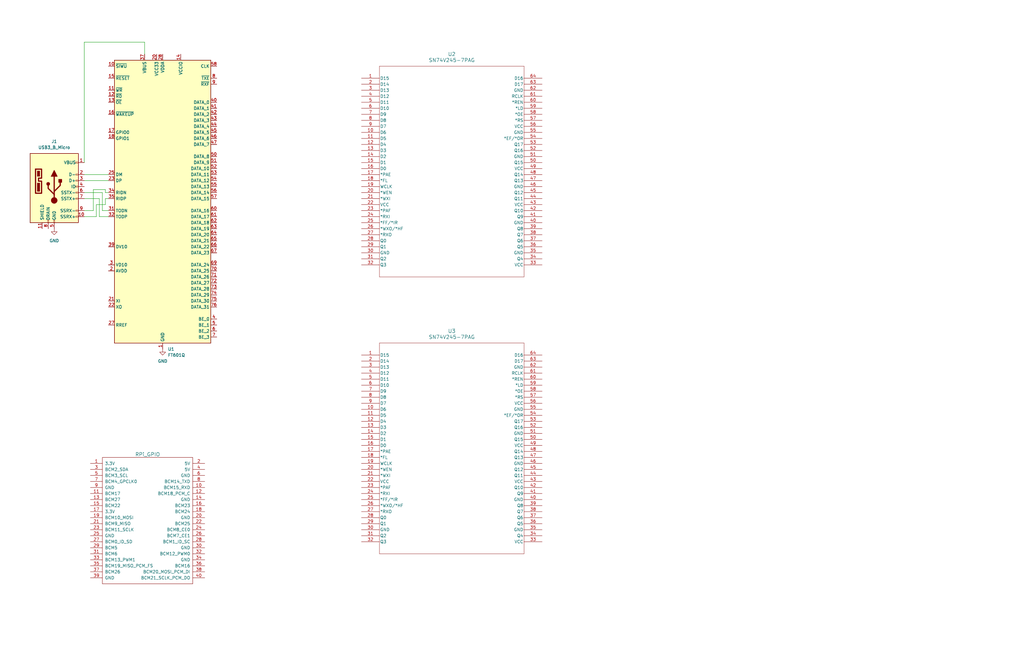
<source format=kicad_sch>
(kicad_sch (version 20230121) (generator eeschema)
  (paper "B")
  (lib_symbols
    (symbol "Connector:USB3_B_Micro" (pin_names (offset 1.016))
      (property "Reference" "J" (at -10.16 15.24 0))
      (property "Value" "USB3_B_Micro" (at 10.16 15.24 0))
      (symbol "USB3_B_Micro_0_0"
        (rectangle (start -2.794 -15.24) (end -2.286 -14.224))
        (rectangle (start -0.254 -15.24) (end 0.254 -14.224))
        (rectangle (start 10.16 -12.446) (end 9.144 -12.954))
        (rectangle (start 10.16 -9.906) (end 9.144 -10.414))
        (rectangle (start 10.16 -4.826) (end 9.144 -5.334))
        (rectangle (start 10.16 -2.286) (end 9.144 -2.794))
        (rectangle (start 10.16 0.254) (end 9.144 -0.254))
        (rectangle (start 10.16 2.794) (end 9.144 2.286))
        (rectangle (start 10.16 5.334) (end 9.144 4.826))
        (rectangle (start 10.16 10.414) (end 9.144 9.906))
      )
      (symbol "USB3_B_Micro_0_1"
        (rectangle (start -10.16 13.97) (end 10.16 -15.24) (stroke (width 0.254)) (fill (type background)))
        (rectangle (start -7.112 1.524) (end -6.096 -2.032) (fill (type outline)))
        (rectangle (start -7.112 6.604) (end -6.096 4.318) (fill (type outline)))
        (polyline (pts (xy -7.874 7.366) (xy -7.874 -2.794) (xy -5.334 -2.794) (xy -5.334 2.286) (xy -6.604 2.286) (xy -6.604 3.556) (xy -5.334 3.556) (xy -5.334 7.366) (xy -7.874 7.366)) (stroke (width 0.508)))
      )
      (symbol "USB3_B_Micro_1_1"
        (circle (center -2.54 1.143) (radius 0.635) (stroke (width 0.254)) (fill (type outline)))
        (circle (center 0 -5.842) (radius 1.27) (fill (type outline)))
        (polyline (pts (xy 0 -5.842) (xy 0 4.318)) (stroke (width 0.508)))
        (polyline (pts (xy 0 -3.302) (xy -2.54 -0.762) (xy -2.54 0.508)) (stroke (width 0.508)))
        (polyline (pts (xy 0 -2.032) (xy 2.54 0.508) (xy 2.54 1.778)) (stroke (width 0.508)))
        (polyline (pts (xy -1.27 4.318) (xy 0 6.858) (xy 1.27 4.318) (xy -1.27 4.318)) (stroke (width 0.254)) (fill (type outline)))
        (rectangle (start 1.905 1.778) (end 3.175 3.048) (stroke (width 0.254)) (fill (type outline)))
        (pin power_out line (at 12.7 10.16 180) (length 2.54) (name "VBUS") (number "1"))
        (pin input line (at 12.7 -12.7 180) (length 2.54) (name "SSRX+") (number "10"))
        (pin passive line (at -5.08 -17.78 90) (length 2.54) (name "SHIELD") (number "11"))
        (pin bidirectional line (at 12.7 5.08 180) (length 2.54) (name "D-") (number "2"))
        (pin bidirectional line (at 12.7 2.54 180) (length 2.54) (name "D+") (number "3"))
        (pin passive line (at 12.7 0 180) (length 2.54) (name "ID") (number "4"))
        (pin power_out line (at 0 -17.78 90) (length 2.54) (name "GND") (number "5"))
        (pin output line (at 12.7 -2.54 180) (length 2.54) (name "SSTX-") (number "6"))
        (pin output line (at 12.7 -5.08 180) (length 2.54) (name "SSTX+") (number "7"))
        (pin passive line (at -2.54 -17.78 90) (length 2.54) (name "DRAIN") (number "8"))
        (pin input line (at 12.7 -10.16 180) (length 2.54) (name "SSRX-") (number "9"))
      )
    )
    (symbol "Interface_USB:FT601Q"
      (property "Reference" "U" (at -19.05 62.23 0))
      (property "Value" "FT601Q" (at 16.51 62.23 0))
      (symbol "FT601Q_0_1"
        (rectangle (start -20.32 60.96) (end 20.32 -58.42) (stroke (width 0.254)) (fill (type background)))
      )
      (symbol "FT601Q_1_1"
        (pin power_in line (at 0 -60.96 90) (length 2.54) (name "GND") (number "1"))
        (pin input line (at -22.86 58.42 0) (length 2.54) (name "~{SIWU}") (number "10"))
        (pin input line (at -22.86 48.26 0) (length 2.54) (name "~{WR}") (number "11"))
        (pin input line (at -22.86 45.72 0) (length 2.54) (name "~{RD}") (number "12"))
        (pin input line (at -22.86 43.18 0) (length 2.54) (name "~{OE}") (number "13"))
        (pin power_in line (at 7.62 63.5 270) (length 2.54) (name "VCCIO") (number "14"))
        (pin input line (at -22.86 53.34 0) (length 2.54) (name "~{RESET}") (number "15"))
        (pin bidirectional line (at -22.86 38.1 0) (length 2.54) (name "~{WAKEUP}") (number "16"))
        (pin bidirectional line (at -22.86 30.48 0) (length 2.54) (name "GPIO0") (number "17"))
        (pin bidirectional line (at -22.86 27.94 0) (length 2.54) (name "GPIO1") (number "18"))
        (pin no_connect line (at -20.32 -48.26 0) (length 2.54) hide (name "Reserved") (number "19"))
        (pin power_in line (at -22.86 -27.94 0) (length 2.54) (name "AVDD") (number "2"))
        (pin power_in line (at -2.54 63.5 270) (length 2.54) (name "VCC33") (number "20"))
        (pin input line (at -22.86 -40.64 0) (length 2.54) (name "XI") (number "21"))
        (pin output line (at -22.86 -43.18 0) (length 2.54) (name "XO") (number "22"))
        (pin bidirectional line (at -22.86 10.16 0) (length 2.54) (name "DP") (number "23"))
        (pin passive line (at -2.54 63.5 270) (length 2.54) hide (name "VCC33") (number "24"))
        (pin bidirectional line (at -22.86 12.7 0) (length 2.54) (name "DM") (number "25"))
        (pin passive line (at 0 -60.96 90) (length 2.54) hide (name "GND") (number "26"))
        (pin input line (at -22.86 -50.8 0) (length 2.54) (name "RREF") (number "27"))
        (pin power_in line (at 0 63.5 270) (length 2.54) (name "VDDA") (number "28"))
        (pin passive line (at 0 -60.96 90) (length 2.54) hide (name "GND") (number "29"))
        (pin power_in line (at -22.86 -25.4 0) (length 2.54) (name "VD10") (number "3"))
        (pin passive line (at -22.86 -25.4 0) (length 2.54) hide (name "VD10") (number "30"))
        (pin output line (at -22.86 -2.54 0) (length 2.54) (name "TODN") (number "31"))
        (pin output line (at -22.86 -5.08 0) (length 2.54) (name "TODP") (number "32"))
        (pin passive line (at -22.86 -25.4 0) (length 2.54) hide (name "VD10") (number "33"))
        (pin input line (at -22.86 5.08 0) (length 2.54) (name "RIDN") (number "34"))
        (pin input line (at -22.86 2.54 0) (length 2.54) (name "RIDP") (number "35"))
        (pin passive line (at 0 -60.96 90) (length 2.54) hide (name "GND") (number "36"))
        (pin power_in line (at -7.62 63.5 270) (length 2.54) (name "VBUS") (number "37"))
        (pin passive line (at -2.54 63.5 270) (length 2.54) hide (name "VCC33") (number "38"))
        (pin power_out line (at -22.86 -17.78 0) (length 2.54) (name "DV10") (number "39"))
        (pin bidirectional line (at 22.86 -48.26 180) (length 2.54) (name "BE_0") (number "4"))
        (pin bidirectional line (at 22.86 43.18 180) (length 2.54) (name "DATA_0") (number "40"))
        (pin bidirectional line (at 22.86 40.64 180) (length 2.54) (name "DATA_1") (number "41"))
        (pin bidirectional line (at 22.86 38.1 180) (length 2.54) (name "DATA_2") (number "42"))
        (pin bidirectional line (at 22.86 35.56 180) (length 2.54) (name "DATA_3") (number "43"))
        (pin bidirectional line (at 22.86 33.02 180) (length 2.54) (name "DATA_4") (number "44"))
        (pin bidirectional line (at 22.86 30.48 180) (length 2.54) (name "DATA_5") (number "45"))
        (pin bidirectional line (at 22.86 27.94 180) (length 2.54) (name "DATA_6") (number "46"))
        (pin bidirectional line (at 22.86 25.4 180) (length 2.54) (name "DATA_7") (number "47"))
        (pin passive line (at -22.86 -25.4 0) (length 2.54) hide (name "VD10") (number "48"))
        (pin passive line (at 7.62 63.5 270) (length 2.54) hide (name "VCCIO") (number "49"))
        (pin bidirectional line (at 22.86 -50.8 180) (length 2.54) (name "BE_1") (number "5"))
        (pin bidirectional line (at 22.86 20.32 180) (length 2.54) (name "DATA_8") (number "50"))
        (pin bidirectional line (at 22.86 17.78 180) (length 2.54) (name "DATA_9") (number "51"))
        (pin bidirectional line (at 22.86 15.24 180) (length 2.54) (name "DATA_10") (number "52"))
        (pin bidirectional line (at 22.86 12.7 180) (length 2.54) (name "DATA_11") (number "53"))
        (pin bidirectional line (at 22.86 10.16 180) (length 2.54) (name "DATA_12") (number "54"))
        (pin bidirectional line (at 22.86 7.62 180) (length 2.54) (name "DATA_13") (number "55"))
        (pin bidirectional line (at 22.86 5.08 180) (length 2.54) (name "DATA_14") (number "56"))
        (pin bidirectional line (at 22.86 2.54 180) (length 2.54) (name "DATA_15") (number "57"))
        (pin output line (at 22.86 58.42 180) (length 2.54) (name "CLK") (number "58"))
        (pin passive line (at 7.62 63.5 270) (length 2.54) hide (name "VCCIO") (number "59"))
        (pin bidirectional line (at 22.86 -53.34 180) (length 2.54) (name "BE_2") (number "6"))
        (pin bidirectional line (at 22.86 -2.54 180) (length 2.54) (name "DATA_16") (number "60"))
        (pin bidirectional line (at 22.86 -5.08 180) (length 2.54) (name "DATA_17") (number "61"))
        (pin bidirectional line (at 22.86 -7.62 180) (length 2.54) (name "DATA_18") (number "62"))
        (pin bidirectional line (at 22.86 -10.16 180) (length 2.54) (name "DATA_19") (number "63"))
        (pin bidirectional line (at 22.86 -12.7 180) (length 2.54) (name "DATA_20") (number "64"))
        (pin bidirectional line (at 22.86 -15.24 180) (length 2.54) (name "DATA_21") (number "65"))
        (pin bidirectional line (at 22.86 -17.78 180) (length 2.54) (name "DATA_22") (number "66"))
        (pin bidirectional line (at 22.86 -20.32 180) (length 2.54) (name "DATA_23") (number "67"))
        (pin passive line (at 7.62 63.5 270) (length 2.54) hide (name "VCCIO") (number "68"))
        (pin bidirectional line (at 22.86 -25.4 180) (length 2.54) (name "DATA_24") (number "69"))
        (pin bidirectional line (at 22.86 -55.88 180) (length 2.54) (name "BE_3") (number "7"))
        (pin bidirectional line (at 22.86 -27.94 180) (length 2.54) (name "DATA_25") (number "70"))
        (pin bidirectional line (at 22.86 -30.48 180) (length 2.54) (name "DATA_26") (number "71"))
        (pin bidirectional line (at 22.86 -33.02 180) (length 2.54) (name "DATA_27") (number "72"))
        (pin bidirectional line (at 22.86 -35.56 180) (length 2.54) (name "DATA_28") (number "73"))
        (pin bidirectional line (at 22.86 -38.1 180) (length 2.54) (name "DATA_29") (number "74"))
        (pin bidirectional line (at 22.86 -40.64 180) (length 2.54) (name "DATA_30") (number "75"))
        (pin bidirectional line (at 22.86 -43.18 180) (length 2.54) (name "DATA_31") (number "76"))
        (pin passive line (at 0 -60.96 90) (length 2.54) hide (name "GND") (number "77"))
        (pin output line (at 22.86 53.34 180) (length 2.54) (name "~{TXE}") (number "8"))
        (pin output line (at 22.86 50.8 180) (length 2.54) (name "~{RXF}") (number "9"))
      )
    )
    (symbol "RPi_Hat:RPi_GPIO" (pin_names (offset 1.016))
      (property "Reference" "J" (at 19.05 6.35 0))
      (property "Value" "RPi_GPIO" (at 19.05 3.81 0))
      (symbol "RPi_GPIO_0_1"
        (rectangle (start 0 2.54) (end 38.1 -50.8))
      )
      (symbol "RPi_GPIO_1_1"
        (pin power_in line (at -5.08 0 0) (length 5.08) (name "3.3V") (number "1"))
        (pin bidirectional line (at 43.18 -10.16 180) (length 5.08) (name "BCM15_RXD") (number "10"))
        (pin bidirectional line (at -5.08 -12.7 0) (length 5.08) (name "BCM17") (number "11"))
        (pin bidirectional line (at 43.18 -12.7 180) (length 5.08) (name "BCM18_PCM_C") (number "12"))
        (pin bidirectional line (at -5.08 -15.24 0) (length 5.08) (name "BCM27") (number "13"))
        (pin power_in line (at 43.18 -15.24 180) (length 5.08) (name "GND") (number "14"))
        (pin bidirectional line (at -5.08 -17.78 0) (length 5.08) (name "BCM22") (number "15"))
        (pin bidirectional line (at 43.18 -17.78 180) (length 5.08) (name "BCM23") (number "16"))
        (pin power_in line (at -5.08 -20.32 0) (length 5.08) (name "3.3V") (number "17"))
        (pin bidirectional line (at 43.18 -20.32 180) (length 5.08) (name "BCM24") (number "18"))
        (pin bidirectional line (at -5.08 -22.86 0) (length 5.08) (name "BCM10_MOSI") (number "19"))
        (pin power_in line (at 43.18 0 180) (length 5.08) (name "5V") (number "2"))
        (pin power_in line (at 43.18 -22.86 180) (length 5.08) (name "GND") (number "20"))
        (pin bidirectional line (at -5.08 -25.4 0) (length 5.08) (name "BCM9_MISO") (number "21"))
        (pin bidirectional line (at 43.18 -25.4 180) (length 5.08) (name "BCM25") (number "22"))
        (pin bidirectional line (at -5.08 -27.94 0) (length 5.08) (name "BCM11_SCLK") (number "23"))
        (pin bidirectional line (at 43.18 -27.94 180) (length 5.08) (name "BCM8_CE0") (number "24"))
        (pin power_in line (at -5.08 -30.48 0) (length 5.08) (name "GND") (number "25"))
        (pin bidirectional line (at 43.18 -30.48 180) (length 5.08) (name "BCM7_CE1") (number "26"))
        (pin bidirectional line (at -5.08 -33.02 0) (length 5.08) (name "BCM0_ID_SD") (number "27"))
        (pin bidirectional line (at 43.18 -33.02 180) (length 5.08) (name "BCM1_ID_SC") (number "28"))
        (pin bidirectional line (at -5.08 -35.56 0) (length 5.08) (name "BCM5") (number "29"))
        (pin bidirectional line (at -5.08 -2.54 0) (length 5.08) (name "BCM2_SDA") (number "3"))
        (pin power_in line (at 43.18 -35.56 180) (length 5.08) (name "GND") (number "30"))
        (pin bidirectional line (at -5.08 -38.1 0) (length 5.08) (name "BCM6") (number "31"))
        (pin bidirectional line (at 43.18 -38.1 180) (length 5.08) (name "BCM12_PWM0") (number "32"))
        (pin bidirectional line (at -5.08 -40.64 0) (length 5.08) (name "BCM13_PWM1") (number "33"))
        (pin power_in line (at 43.18 -40.64 180) (length 5.08) (name "GND") (number "34"))
        (pin bidirectional line (at -5.08 -43.18 0) (length 5.08) (name "BCM19_MISO_PCM_FS") (number "35"))
        (pin bidirectional line (at 43.18 -43.18 180) (length 5.08) (name "BCM16") (number "36"))
        (pin bidirectional line (at -5.08 -45.72 0) (length 5.08) (name "BCM26") (number "37"))
        (pin bidirectional line (at 43.18 -45.72 180) (length 5.08) (name "BCM20_MOSI_PCM_DI") (number "38"))
        (pin power_in line (at -5.08 -48.26 0) (length 5.08) (name "GND") (number "39"))
        (pin power_in line (at 43.18 -2.54 180) (length 5.08) (name "5V") (number "4"))
        (pin bidirectional line (at 43.18 -48.26 180) (length 5.08) (name "BCM21_SCLK_PCM_DO") (number "40"))
        (pin bidirectional line (at -5.08 -5.08 0) (length 5.08) (name "BCM3_SCL") (number "5"))
        (pin power_in line (at 43.18 -5.08 180) (length 5.08) (name "GND") (number "6"))
        (pin bidirectional line (at -5.08 -7.62 0) (length 5.08) (name "BCM4_GPCLK0") (number "7"))
        (pin bidirectional line (at 43.18 -7.62 180) (length 5.08) (name "BCM14_TXD") (number "8"))
        (pin power_in line (at -5.08 -10.16 0) (length 5.08) (name "GND") (number "9"))
      )
    )
    (symbol "SN74V245-7PAG:SN74V245-7PAG" (pin_names (offset 0.254))
      (property "Reference" "U" (at 38.1 10.16 0))
      (property "Value" "SN74V245-7PAG" (at 38.1 7.62 0))
      (symbol "SN74V245-7PAG_0_1"
        (polyline (pts (xy 7.62 -83.82) (xy 68.58 -83.82)) (stroke (width 0.127)))
        (polyline (pts (xy 7.62 5.08) (xy 7.62 -83.82)) (stroke (width 0.127)))
        (polyline (pts (xy 68.58 -83.82) (xy 68.58 5.08)) (stroke (width 0.127)))
        (polyline (pts (xy 68.58 5.08) (xy 7.62 5.08)) (stroke (width 0.127)))
        (pin input line (at 0 0 0) (length 7.62) (name "D15") (number "1"))
        (pin input line (at 0 -22.86 0) (length 7.62) (name "D6") (number "10"))
        (pin input line (at 0 -25.4 0) (length 7.62) (name "D5") (number "11"))
        (pin input line (at 0 -27.94 0) (length 7.62) (name "D4") (number "12"))
        (pin input line (at 0 -30.48 0) (length 7.62) (name "D3") (number "13"))
        (pin input line (at 0 -33.02 0) (length 7.62) (name "D2") (number "14"))
        (pin input line (at 0 -35.56 0) (length 7.62) (name "D1") (number "15"))
        (pin input line (at 0 -38.1 0) (length 7.62) (name "D0") (number "16"))
        (pin output line (at 0 -40.64 0) (length 7.62) (name "*PAE") (number "17"))
        (pin input line (at 0 -43.18 0) (length 7.62) (name "*FL") (number "18"))
        (pin input line (at 0 -45.72 0) (length 7.62) (name "WCLK") (number "19"))
        (pin input line (at 0 -2.54 0) (length 7.62) (name "D14") (number "2"))
        (pin input line (at 0 -48.26 0) (length 7.62) (name "*WEN") (number "20"))
        (pin input line (at 0 -50.8 0) (length 7.62) (name "*WXI") (number "21"))
        (pin power_in line (at 0 -53.34 0) (length 7.62) (name "VCC") (number "22"))
        (pin output line (at 0 -55.88 0) (length 7.62) (name "*PAF") (number "23"))
        (pin input line (at 0 -58.42 0) (length 7.62) (name "*RXI") (number "24"))
        (pin output line (at 0 -60.96 0) (length 7.62) (name "*FF/*IR") (number "25"))
        (pin output line (at 0 -63.5 0) (length 7.62) (name "*WXO/*HF") (number "26"))
        (pin output line (at 0 -66.04 0) (length 7.62) (name "*RXO") (number "27"))
        (pin output line (at 0 -68.58 0) (length 7.62) (name "Q0") (number "28"))
        (pin output line (at 0 -71.12 0) (length 7.62) (name "Q1") (number "29"))
        (pin input line (at 0 -5.08 0) (length 7.62) (name "D13") (number "3"))
        (pin power_in line (at 0 -73.66 0) (length 7.62) (name "GND") (number "30"))
        (pin output line (at 0 -76.2 0) (length 7.62) (name "Q2") (number "31"))
        (pin output line (at 0 -78.74 0) (length 7.62) (name "Q3") (number "32"))
        (pin power_in line (at 76.2 -78.74 180) (length 7.62) (name "VCC") (number "33"))
        (pin output line (at 76.2 -76.2 180) (length 7.62) (name "Q4") (number "34"))
        (pin power_in line (at 76.2 -73.66 180) (length 7.62) (name "GND") (number "35"))
        (pin output line (at 76.2 -71.12 180) (length 7.62) (name "Q5") (number "36"))
        (pin output line (at 76.2 -68.58 180) (length 7.62) (name "Q6") (number "37"))
        (pin output line (at 76.2 -66.04 180) (length 7.62) (name "Q7") (number "38"))
        (pin output line (at 76.2 -63.5 180) (length 7.62) (name "Q8") (number "39"))
        (pin input line (at 0 -7.62 0) (length 7.62) (name "D12") (number "4"))
        (pin power_in line (at 76.2 -60.96 180) (length 7.62) (name "GND") (number "40"))
        (pin output line (at 76.2 -58.42 180) (length 7.62) (name "Q9") (number "41"))
        (pin output line (at 76.2 -55.88 180) (length 7.62) (name "Q10") (number "42"))
        (pin power_in line (at 76.2 -53.34 180) (length 7.62) (name "VCC") (number "43"))
        (pin output line (at 76.2 -50.8 180) (length 7.62) (name "Q11") (number "44"))
        (pin output line (at 76.2 -48.26 180) (length 7.62) (name "Q12") (number "45"))
        (pin power_in line (at 76.2 -45.72 180) (length 7.62) (name "GND") (number "46"))
        (pin output line (at 76.2 -43.18 180) (length 7.62) (name "Q13") (number "47"))
        (pin output line (at 76.2 -40.64 180) (length 7.62) (name "Q14") (number "48"))
        (pin power_in line (at 76.2 -38.1 180) (length 7.62) (name "VCC") (number "49"))
        (pin input line (at 0 -10.16 0) (length 7.62) (name "D11") (number "5"))
        (pin output line (at 76.2 -35.56 180) (length 7.62) (name "Q15") (number "50"))
        (pin power_in line (at 76.2 -33.02 180) (length 7.62) (name "GND") (number "51"))
        (pin output line (at 76.2 -30.48 180) (length 7.62) (name "Q16") (number "52"))
        (pin output line (at 76.2 -27.94 180) (length 7.62) (name "Q17") (number "53"))
        (pin output line (at 76.2 -25.4 180) (length 7.62) (name "*EF/*OR") (number "54"))
        (pin power_in line (at 76.2 -22.86 180) (length 7.62) (name "GND") (number "55"))
        (pin power_in line (at 76.2 -20.32 180) (length 7.62) (name "VCC") (number "56"))
        (pin input line (at 76.2 -17.78 180) (length 7.62) (name "*RS") (number "57"))
        (pin input line (at 76.2 -15.24 180) (length 7.62) (name "*OE") (number "58"))
        (pin input line (at 76.2 -12.7 180) (length 7.62) (name "*LD") (number "59"))
        (pin input line (at 0 -12.7 0) (length 7.62) (name "D10") (number "6"))
        (pin input line (at 76.2 -10.16 180) (length 7.62) (name "*REN") (number "60"))
        (pin input line (at 76.2 -7.62 180) (length 7.62) (name "RCLK") (number "61"))
        (pin power_in line (at 76.2 -5.08 180) (length 7.62) (name "GND") (number "62"))
        (pin input line (at 76.2 -2.54 180) (length 7.62) (name "D17") (number "63"))
        (pin input line (at 76.2 0 180) (length 7.62) (name "D16") (number "64"))
        (pin input line (at 0 -15.24 0) (length 7.62) (name "D9") (number "7"))
        (pin input line (at 0 -17.78 0) (length 7.62) (name "D8") (number "8"))
        (pin input line (at 0 -20.32 0) (length 7.62) (name "D7") (number "9"))
      )
    )
    (symbol "power:GND" (power) (pin_names (offset 0))
      (property "Value" "GND" (at 0 -3.81 0))
      (symbol "GND_0_1"
        (polyline (pts (xy 0 0) (xy 0 -1.27) (xy 1.27 -1.27) (xy 0 -2.54) (xy -1.27 -1.27) (xy 0 -1.27)))
      )
      (symbol "GND_1_1"
        (pin power_in line (at 0 0 270) (length 0) hide (name "GND") (number "1"))
      )
    )
  )
  (wire (pts (xy 41.91 91.44) (xy 45.72 91.44)))
  (wire (pts (xy 45.72 83.82) (xy 44.45 83.82)))
  (wire (pts (xy 35.56 73.66) (xy 45.72 73.66)))
  (wire (pts (xy 60.96 17.78) (xy 60.96 22.86)))
  (wire (pts (xy 39.37 80.01) (xy 44.45 80.01)))
  (wire (pts (xy 41.91 83.82) (xy 41.91 91.44)))
  (wire (pts (xy 44.45 86.36) (xy 40.64 86.36)))
  (wire (pts (xy 35.56 68.58) (xy 35.56 17.78)))
  (wire (pts (xy 40.64 86.36) (xy 40.64 91.44)))
  (wire (pts (xy 43.18 88.9) (xy 45.72 88.9)))
  (wire (pts (xy 43.18 81.28) (xy 43.18 88.9)))
  (wire (pts (xy 44.45 80.01) (xy 44.45 81.28)))
  (wire (pts (xy 35.56 17.78) (xy 60.96 17.78)))
  (wire (pts (xy 39.37 88.9) (xy 39.37 80.01)))
  (wire (pts (xy 35.56 91.44) (xy 40.64 91.44)))
  (wire (pts (xy 35.56 81.28) (xy 43.18 81.28)))
  (wire (pts (xy 44.45 83.82) (xy 44.45 86.36)))
  (wire (pts (xy 35.56 76.2) (xy 45.72 76.2)))
  (wire (pts (xy 44.45 81.28) (xy 45.72 81.28)))
  (wire (pts (xy 35.56 83.82) (xy 41.91 83.82)))
  (wire (pts (xy 35.56 88.9) (xy 39.37 88.9)))
  (symbol (lib_id "RPi_Hat:RPi_GPIO") (at 43.18 195.58 0) (unit 1)
    (property "Reference" "J2" (effects hide))
    (property "Value" "RPi_GPIO" (at 62.23 191.77 0) (effects (font (size 1.524 1.524))))
    (property "Footprint" "RPi_Hat:Pin_Header_Straight_2x20" (effects hide))
  )
  (symbol (lib_id "power:GND") (at 68.58 147.32 0) (unit 1)
    (property "Reference" "#PWR01" (effects hide))
    (property "Value" "GND" (at 68.58 152.4 0))
  )
  (symbol (lib_id "Connector:USB3_B_Micro") (at 22.86 78.74 0) (unit 1)
    (property "Reference" "J1" (at 22.86 59.69 0))
    (property "Value" "USB3_B_Micro" (at 22.86 62.23 0))
  )
  (symbol (lib_id "SN74V245-7PAG:SN74V245-7PAG") (at 152.4 149.86 0) (unit 1)
    (property "Reference" "U3" (at 190.5 139.7 0) (effects (font (size 1.524 1.524))))
    (property "Value" "SN74V245-7PAG" (at 190.5 142.24 0) (effects (font (size 1.524 1.524))))
    (property "Footprint" "Package_QFP:TQFP-64_10x10mm_P0.5mm" (effects hide))
    (property "Datasheet" "SN74V245-7PAG" (effects hide))
  )
  (symbol (lib_id "Interface_USB:FT601Q") (at 68.58 86.36 0) (unit 1)
    (property "Reference" "U1" (at 70.7741 147.32 0) (effects (justify left)))
    (property "Value" "FT601Q" (at 70.7741 149.86 0) (effects (justify left)))
    (property "Footprint" "Package_DFN_QFN:QFN-76-1EP_9x9mm_P0.4mm_EP5.81x6.31mm" (effects hide))
    (property "Datasheet" "https://ftdichip.com/wp-content/uploads/2020/07/DS_FT600Q-FT601Q-IC-Datasheet.pdf" (effects hide))
  )
  (symbol (lib_id "power:GND") (at 22.86 96.52 0) (unit 1)
    (property "Reference" "#PWR02" (effects hide))
    (property "Value" "GND" (at 22.86 101.6 0))
  )
  (symbol (lib_id "SN74V245-7PAG:SN74V245-7PAG") (at 152.4 33.02 0) (unit 1)
    (property "Reference" "U2" (at 190.5 22.86 0) (effects (font (size 1.524 1.524))))
    (property "Value" "SN74V245-7PAG" (at 190.5 25.4 0) (effects (font (size 1.524 1.524))))
    (property "Footprint" "Package_QFP:TQFP-64_10x10mm_P0.5mm" (effects hide))
    (property "Datasheet" "SN74V245-7PAG" (effects hide))
  )
)
</source>
